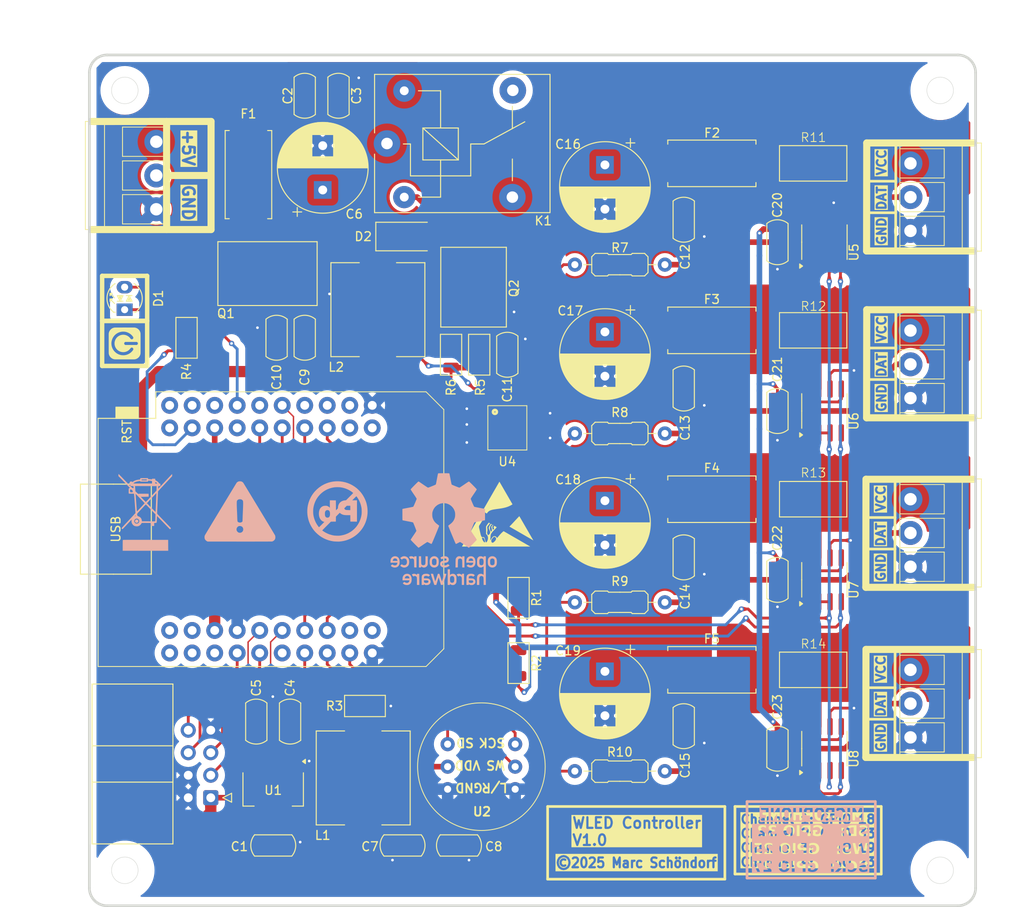
<source format=kicad_pcb>
(kicad_pcb (version 20240108) (generator "pcbnew") (generator_version "8.0")
  (layers (0 "F.Cu" signal) (31 "B.Cu" signal) (34 "B.Paste" user) (35 "F.Paste" user) (36 "B.SilkS" user "B.Silkscreen") (37 "F.SilkS" user "F.Silkscreen") (38 "B.Mask" user) (39 "F.Mask" user) (44 "Edge.Cuts" user))
  (net 0 "")
  (net 1 "GND")
  (net 2 "+5V_LED")
  (net 3 "+5V_D")
  (net 4 "+5V")
  (net 5 "Net-(D1-KA)")
  (net 6 "Net-(J3-Pin_1)")
  (net 7 "Net-(J4-Pin_1)")
  (net 8 "LED_DATA1")
  (net 9 "LED_DATA2")
  (net 10 "LED_DATA3")
  (net 11 "LED_DATA4")
  (net 13 "RELAY_CTRL")
  (net 14 "DATA3")
  (net 15 "DATA2")
  (net 16 "DATA4")
  (net 17 "DATA1")
  (net 18 "Net-(U7-IN+)")
  (net 19 "SCL")
  (net 20 "SDA")
  (net 21 "Net-(U5-IN+)")
  (net 22 "Net-(U6-IN+)")
  (net 23 "+3.3V_D")
  (net 24 "Net-(J5-Pin_1)")
  (net 25 "Net-(R7-Pad1)")
  (net 26 "Net-(R8-Pad1)")
  (net 27 "Net-(R9-Pad1)")
  (net 28 "+3.3V_ESP")
  (net 29 "Net-(D2-A)")
  (net 30 "MIC_SCK")
  (net 31 "MIC_WS")
  (net 32 "MIC_SD")
  (net 33 "Net-(D1-AK)")
  (net 34 "Net-(U1-VO)")
  (net 35 "Net-(J1-Pin_3)")
  (net 36 "Net-(Q1-D)")
  (net 37 "Net-(U8-IN+)")
  (net 39 "Net-(Q2-G)")
  (net 40 "Net-(R10-Pad1)")
  (net 41 "BCK")
  (net 42 "DOUT")
  (net 43 "LRCK")
  (net 44 "MCK")
  (net 45 "Net-(J6-Pin_1)")
  (net 46 "Net-(U3-IO_13{slash}TCK)")
  (footprint "CustomLib:ScrewPlug_3P_Vertical" (layer "F.Cu") (at 101.55 64.6 180)
    (property "Reference" "J1" (hide yes))
    (property "Value" "5V Power")
  )
  (footprint "Relay_THT:Relay_SPDT_SANYOU_SRD_Series_Form_C" (layer "F.Cu") (at 127.58 60.99)
    (property "Reference" "K1")
    (property "Value" "SANYOU SRD")
  )
  (footprint "PCM_Capacitor_SMD_AKL:C_1206_3216Metric" (layer "F.Cu") (at 141.16 84.82 -90)
    (property "Reference" "C11")
    (property "Value" "100nF 50V" (hide yes))
  )
  (footprint "Package_TO_SOT_SMD:SOT-223-3_TabPin2" (layer "F.Cu") (at 114.74 133.845 -90)
    (property "Reference" "U1")
    (property "Value" "AMS1117-3.3")
  )
  (footprint "PCM_Capacitor_THT_AKL:CP_Radial_D10.0mm_P5.00mm" (layer "F.Cu") (at 152.175 101.297323 -90)
    (property "Reference" "C18")
    (property "Value" "1200uF 16V" (hide yes))
  )
  (footprint "PCM_Capacitor_SMD_AKL:C_1206_3216Metric" (layer "F.Cu") (at 161.065 107.68 -90)
    (property "Reference" "C14")
    (property "Value" "100nF 50V" (hide yes))
  )
  (footprint "Connector_IDC:IDC-Header_2x04_P2.54mm_Horizontal" (layer "F.Cu") (at 107.6975 134.81 180)
    (property "Reference" "J2" (hide yes))
    (property "Value" "I2S EXTENSION")
  )
  (footprint "PCM_Package_SO_AKL:TSSOP-14_4.4x5mm_P0.65mm" (layer "F.Cu") (at 141.16 93.075)
    (property "Reference" "U4")
    (property "Value" "74AHCT125" (hide yes))
  )
  (footprint "PCM_Capacitor_THT_AKL:CP_Radial_D10.0mm_P5.00mm" (layer "F.Cu") (at 152.175 63.402323 -90)
    (property "Reference" "C16")
    (property "Value" "1200uF 16V" (hide yes))
  )
  (footprint "Inductor_SMD:L_10.4x10.4_H4.8" (layer "F.Cu") (at 126.555 79.74 -90)
    (property "Reference" "L2")
    (property "Value" "680uH")
  )
  (footprint "PCM_Resistor_THT_AKL:R_Axial_DIN0207_L6.3mm_D2.5mm_P10.16mm_Horizontal" (layer "F.Cu") (at 148.78 74.66)
    (property "Reference" "R7")
    (property "Value" "62R" (hide yes))
  )
  (footprint "LOGO" (layer "F.Cu") (at 140.267 102.984)
    (property "Reference" "G***" (hide yes))
    (property "Value" "LOGO" (hide yes))
  )
  (footprint "PCM_Resistor_THT_AKL:R_Axial_DIN0207_L6.3mm_D2.5mm_P10.16mm_Horizontal" (layer "F.Cu") (at 148.78 131.81)
    (property "Reference" "R10")
    (property "Value" "62R" (hide yes))
  )
  (footprint "CustomLib:2512_Shunt" (layer "F.Cu") (at 175.67 82.075 180)
    (property "Reference" "R12")
    (property "Value" "0.01R 1%")
  )
  (footprint "Package_SO:SOIC-8_3.9x4.9mm_P1.27mm" (layer "F.Cu") (at 176.94 110.22 90)
    (property "Reference" "U7")
    (property "Value" "INA219")
  )
  (footprint "PCM_Resistor_SMD_AKL:R_1206_3216Metric" (layer "F.Cu") (at 142.43 119.618 90)
    (property "Reference" "R2")
    (property "Value" "3k3" (hide yes))
  )
  (footprint "PCM_Package_TO_SOT_SMD_AKL:TO-252-2" (layer "F.Cu") (at 114.1 75.67 180)
    (property "Reference" "Q1")
    (property "Value" "AOD403" (hide yes))
  )
  (footprint "PCM_Capacitor_THT_AKL:CP_Radial_D10.0mm_P5.00mm" (layer "F.Cu") (at 152.175 82.247323 -90)
    (property "Reference" "C17")
    (property "Value" "1200uF 16V" (hide yes))
  )
  (footprint "PCM_Capacitor_SMD_AKL:C_1206_3216Metric" (layer "F.Cu") (at 115.125 82.915 90)
    (property "Reference" "C10")
    (property "Value" "100nF 50V" (hide yes))
  )
  (footprint "CustomLib:ScrewPlug_3P_Vertical" (layer "F.Cu") (at 186.65 124.19)
    (property "Reference" "J6" (hide yes))
    (property "Value" "LED Channel 4")
  )
  (footprint "Fuse:Fuseholder_Littelfuse_Nano2_154x" (layer "F.Cu") (at 164.24 82.075)
    (property "Reference" "F3")
    (property "Value" "Fuse")
  )
  (footprint "CustomLib:ScrewPlug_3P_Vertical" (layer "F.Cu") (at 186.65 67.04)
    (property "Reference" "J3" (hide yes))
    (property "Value" "LED Channel 1")
  )
  (footprint "PCM_Capacitor_SMD_AKL:C_1206_3216Metric" (layer "F.Cu") (at 161.065 126.73 -90)
    (property "Reference" "C15")
    (property "Value" "100nF 50V" (hide yes))
  )
  (footprint "PCM_LED_THT_AKL:LED_D3.0mm_BiDir" (layer "F.Cu") (at 97.98 79.74 90)
    (property "Reference" "D1")
    (property "Value" "LED DUAL" (hide yes))
  )
  (footprint "PCM_Capacitor_SMD_AKL:C_1206_3216Metric" (layer "F.Cu") (at 171.64 110.22 -90)
    (property "Reference" "C22")
    (property "Value" "100nF 50V" (hide yes))
  )
  (footprint "PCM_Resistor_SMD_AKL:R_1206_3216Metric" (layer "F.Cu") (at 134.81 84.82 -90)
    (property "Reference" "R6")
    (property "Value" "10k" (hide yes))
  )
  (footprint "PCM_Resistor_SMD_AKL:R_1206_3216Metric" (layer "F.Cu") (at 137.985 84.82 90)
    (property "Reference" "R5")
    (property "Value" "10k" (hide yes))
  )
  (footprint "Inductor_SMD:L_10.4x10.4_H4.8" (layer "F.Cu") (at 124.9 132.575 -90)
    (property "Reference" "L1")
    (property "Value" "680uH")
  )
  (footprint "PCM_Capacitor_SMD_AKL:C_1206_3216Metric" (layer "F.Cu") (at 161.065 69.58 -90)
    (property "Reference" "C12")
    (property "Value" "100nF 50V" (hide yes))
  )
  (footprint "LOGO" (layer "F.Cu") (at 97.98 83.55 -90)
    (property "Reference" "G***" (hide yes))
    (property "Value" "LOGO" (hide yes))
  )
  (footprint "Fuse:Fuseholder_Littelfuse_Nano2_154x" (layer "F.Cu") (at 164.24 120.38)
    (property "Reference" "F5")
    (property "Value" "Fuse")
  )
  (footprint "PCM_Package_TO_SOT_SMD_AKL:SOT-223-3_TabPin2" (layer "F.Cu") (at 137.35 77.2 90)
    (property "Reference" "Q2")
    (property "Value" "IRLL2705" (hide yes))
  )
  (footprint "PCM_Capacitor_SMD_AKL:C_1206_3216Metric" (layer "F.Cu") (at 118.3 55.61 90)
    (property "Reference" "C2")
    (property "Value" "100nF 50V" (hide yes))
  )
  (footprint "Fuse:Fuseholder_Littelfuse_Nano2_154x" (layer "F.Cu") (at 164.24 101.125)
    (property "Reference" "F4")
    (property "Value" "Fuse")
  )
  (footprint "PCM_Resistor_THT_AKL:R_Axial_DIN0207_L6.3mm_D2.5mm_P10.16mm_Horizontal" (layer "F.Cu") (at 148.78 112.76)
    (property "Reference" "R9")
    (property "Value" "62R" (hide yes))
  )
  (footprint "PCM_Capacitor_SMD_AKL:C_1206_3216Metric" (layer "F.Cu") (at 118.3 82.915 90)
    (property "Reference" "C9")
    (property "Value" "10uF 25V" (hide yes))
  )
  (footprint "PCM_Resistor_SMD_AKL:R_1206_3216Metric" (layer "F.Cu") (at 125.095 124.46)
    (property "Reference" "R3")
    (property "Value" "150R" (hide yes))
  )
  (footprint "PCM_Capacitor_SMD_AKL:C_1206_3216Metric" (layer "F.Cu") (at 112.835 126.225 90)
    (property "Reference" "C5")
    (property "Value" "10uF 25V" (hide yes))
  )
  (footprint "PCM_Capacitor_SMD_AKL:C_1206_3216Metric" (layer "F.Cu") (at 129.345 140.195 180)
    (property "Reference" "C7")
    (property "Value" "100nF 50V" (hide yes))
  )
  (footprint "CustomLib:INMP441_Module" (layer "F.Cu") (at 138.235 131.305 -90)
    (property "Reference" "U2")
    (property "Value" "~")
  )
  (footprint "PCM_Capacitor_SMD_AKL:C_1206_3216Metric" (layer "F.Cu") (at 135.695 140.195)
    (property "Reference" "C8")
    (property "Value" "10uF 25V" (hide yes))
  )
  (footprint "PCM_Resistor_SMD_AKL:R_1206_3216Metric" (layer "F.Cu") (at 104.965 82.915 90)
    (property "Reference" "R4")
    (property "Value" "150R" (hide yes))
  )
  (footprint "PCM_Capacitor_SMD_AKL:C_1206_3216Metric" (layer "F.Cu") (at 171.64 72.12 -90)
    (property "Reference" "C20")
    (property "Value" "100nF 50V" (hide yes))
  )
  (footprint "PCM_Capacitor_SMD_AKL:C_1206_3216Metric" (layer "F.Cu") (at 122.11 55.61 90)
    (property "Reference" "C3")
    (property "Value" "10uF 25V" (hide yes))
  )
  (footprint "Package_SO:SOIC-8_3.9x4.9mm_P1.27mm" (layer "F.Cu") (at 176.94 91.17 90)
    (property "Reference" "U6")
    (property "Value" "INA219")
  )
  (footprint "PCM_Capacitor_SMD_AKL:C_1206_3216Metric" (layer "F.Cu") (at 161.065 88.63 -90)
    (property "Reference" "C13")
    (property "Value" "100nF 50V" (hide yes))
  )
  (footprint "CustomLib:2512_Shunt" (layer "F.Cu") (at 175.67 101.125 180)
    (property "Reference" "R13")
    (property "Value" "0.01R 1%")
  )
  (footprint "CustomLib:2512_Shunt" (layer "F.Cu") (at 175.67 63.23 180)
    (property "Reference" "R11")
    (property "Value" "0.01R 1%")
  )
  (footprint "esp32-wemos-d1-mini:esp32-wemos-d1-mini" (layer "F.Cu") (at 114.49 104.505 -90)
    (property "Reference" "U3" (hide yes))
    (property "Value" "esp32-wemos-d1-mini")
  )
  (footprint "PCM_Resistor_THT_AKL:R_Axial_DIN0207_L6.3mm_D2.5mm_P10.16mm_Horizontal" (layer "F.Cu") (at 148.78 93.71)
    (property "Reference" "R8")
    (property "Value" "62R" (hide yes))
  )
  (footprint "CustomLib:2512_Shunt" (layer "F.Cu") (at 175.67 120.38 180)
    (property "Reference" "R14")
    (property "Value" "0.01R 1%")
  )
  (footprint "PCM_Capacitor_THT_AKL:CP_Radial_D10.0mm_P5.00mm" (layer "F.Cu") (at 120.332 66.232677 90)
    (property "Reference" "C6")
    (property "Value" "2200uF 10V" (hide yes))
  )
  (footprint "Diode_SMD:D_MELF" (layer "F.Cu") (at 129.73 71.485)
    (property "Reference" "D2")
    (property "Value" "SMS140")
  )
  (footprint "PCM_Capacitor_SMD_AKL:C_1206_3216Metric" (layer "F.Cu") (at 114.74 140.195)
    (property "Reference" "C1")
    (property "Value" "100nF 50V" (hide yes))
  )
  (footprint "Package_SO:SOIC-8_3.9x4.9mm_P1.27mm" (layer "F.Cu") (at 176.94 129.27 90)
    (property "Reference" "U8")
    (property "Value" "INA219")
  )
  (footprint "PCM_Capacitor_SMD_AKL:C_1206_3216Metric" (layer "F.Cu") (at 171.64 129.27 -90)
    (property "Reference" "C23")
    (property "Value" "100nF 50V" (hide yes))
  )
  (footprint "CustomLib:ScrewPlug_3P_Vertical" (layer "F.Cu") (at 186.65 104.935)
    (property "Reference" "J5" (hide yes))
    (property "Value" "LED Channel 3")
  )
  (footprint "PCM_Capacitor_SMD_AKL:C_1206_3216Metric" (layer "F.Cu") (at 171.64 91.17 -90)
    (property "Reference" "C21")
    (property "Value" "100nF 50V" (hide yes))
  )
  (footprint "Package_SO:SOIC-8_3.9x4.9mm_P1.27mm" (layer "F.Cu") (at 176.94 72.12 90)
    (property "Reference" "U5")
    (property "Value" "INA219")
  )
  (footprint "PCM_Capacitor_SMD_AKL:C_1206_3216Metric" (layer "F.Cu") (at 116.645 126.225 90)
    (property "Reference" "C4")
    (property "Value" "100nF 50V" (hide yes))
  )
  (footprint "CustomLib:ScrewPlug_3P_Vertical" (layer "F.Cu") (at 186.65 85.905)
    (property "Reference" "J4" (hide yes))
    (property "Value" "LED Channel 2")
  )
  (footprint "PCM_Capacitor_THT_AKL:CP_Radial_D10.0mm_P5.00mm" (layer "F.Cu") (at 152.175 120.552323 -90)
    (property "Reference" "C19")
    (property "Value" "1200uF 16V" (hide yes))
  )
  (footprint "Fuse:Fuseholder_Littelfuse_Nano2_154x" (layer "F.Cu") (at 111.95 64.5 -90)
    (property "Reference" "F1")
    (property "Value" "Fuse")
  )
  (footprint "PCM_Resistor_SMD_AKL:R_1206_3216Metric" (layer "F.Cu") (at 142.43 112.252 -90)
    (property "Reference" "R1")
    (property "Value" "3k3" (hide yes))
  )
  (footprint "Fuse:Fuseholder_Littelfuse_Nano2_154x" (layer "F.Cu") (at 164.24 63.23)
    (property "Reference" "F2")
    (property "Value" "Fuse")
  )
  (footprint "LOGO" (layer "B.Cu") (at 100.49 103.005 180)
    (property "Reference" "G***" (hide yes))
    (property "Value" "LOGO" (hide yes))
  )
  (footprint "LOGO" (layer "B.Cu") (at 110.99 102.505 180)
    (property "Reference" "G***" (hide yes))
    (property "Value" "LOGO" (hide yes))
  )
  (footprint "LOGO" (layer "B.Cu") (at 121.99 102.505 180)
    (property "Reference" "G***" (hide yes))
    (property "Value" "LOGO" (hide yes))
  )
  (footprint "LOGO" (layer "B.Cu") (at 133.99 104.505 180)
    (property "Reference" "G***" (hide yes))
    (property "Value" "LOGO" (hide yes))
  )
  (gr_line (start 168.207 135.242) (end 168.207 143.878) (stroke (width 0.3)) (layer "B.SilkS"))
  (gr_line (start 182.685 143.878) (end 182.685 135.242) (stroke (width 0.3)) (layer "B.SilkS"))
  (gr_line (start 168.207 143.878) (end 182.685 143.878) (stroke (width 0.3)) (layer "B.SilkS"))
  (gr_line (start 182.685 135.242) (end 168.207 135.242) (stroke (width 0.3)) (layer "B.SilkS"))
  (gr_line (start 95.44 81.01) (end 100.52 81.01) (stroke (width 0.5)) (layer "F.SilkS"))
  (gr_line (start 184.914 99.129) (end 184.886 111.071) (stroke (width 0.3)) (layer "F.SilkS"))
  (gr_line (start 95.44 86.09) (end 95.44 81.01) (stroke (width 0.5)) (layer "F.SilkS"))
  (gr_line (start 181.866 125.949) (end 184.914 125.949) (stroke (width 0.3)) (layer "F.SilkS"))
  (gr_line (start 181.63 118.075) (end 181.612 130.267) (stroke (width 0.8)) (layer "F.SilkS"))
  (gr_line (start 165.707 135.8) (end 165.707 144) (stroke (width 0.3)) (layer "F.SilkS"))
  (gr_line (start 95.44 86.09) (end 100.52 86.09) (stroke (width 0.5)) (layer "F.SilkS"))
  (gr_line (start 185 80) (end 184.972 91.942) (stroke (width 0.3)) (layer "F.SilkS"))
  (gr_line (start 184.914 118.329) (end 184.886 130.271) (stroke (width 0.3)) (layer "F.SilkS"))
  (gr_line (start 165.707 144) (end 145.707 144) (stroke (width 0.3)) (layer "F.SilkS"))
  (gr_line (start 181.952 65.244) (end 185 65.244) (stroke (width 0.3)) (layer "F.SilkS"))
  (gr_line (start 181.716 60.926) (end 193.8 60.926) (stroke (width 0.8)) (layer "F.SilkS"))
  (gr_line (start 181.952 68.8) (end 185 68.8) (stroke (width 0.3)) (layer "F.SilkS"))
  (gr_line (start 181.716 79.746) (end 193.8 79.746) (stroke (width 0.8)) (layer "F.SilkS"))
  (gr_line (start 181.698 73.118) (end 193.8 73.118) (stroke (width 0.8)) (layer "F.SilkS"))
  (gr_line (start 181.952 84.064) (end 185 84.064) (stroke (width 0.3)) (layer "F.SilkS"))
  (gr_line (start 181.716 79.746) (end 181.698 91.938) (stroke (width 0.8)) (layer "F.SilkS"))
  (gr_line (start 181.698 91.938) (end 193.8 91.938) (stroke (width 0.8)) (layer "F.SilkS"))
  (gr_line (start 145.707 135.8) (end 165.707 135.8) (stroke (width 0.3)) (layer "F.SilkS"))
  (gr_line (start 95.44 81.005) (end 95.44 75.925) (stroke (width 0.5)) (layer "F.SilkS"))
  (gr_line (start 100.52 81.005) (end 95.44 81.005) (stroke (width 0.5)) (layer "F.SilkS"))
  (gr_line (start 100.52 81.01) (end 100.52 86.09) (stroke (width 0.5)) (layer "F.SilkS"))
  (gr_line (start 166.845 135.8) (end 166.845 143.42) (stroke (width 0.3)) (layer "F.SilkS"))
  (gr_line (start 107.731001 70.7) (end 94.268999 70.7) (stroke (width 0.8)) (layer "F.SilkS"))
  (gr_line (start 145.707 144) (end 145.707 135.8) (stroke (width 0.3)) (layer "F.SilkS"))
  (gr_line (start 181.63 118.075) (end 193.714 118.075) (stroke (width 0.8)) (layer "F.SilkS"))
  (gr_line (start 181.866 103.193) (end 184.914 103.193) (stroke (width 0.3)) (layer "F.SilkS"))
  (gr_line (start 166.845 143.42) (end 183.355 143.42) (stroke (width 0.3)) (layer "F.SilkS"))
  (gr_line (start 107.730999 58.504) (end 107.730999 70.696) (stroke (width 0.8)) (layer "F.SilkS"))
  (gr_line (start 102.714499 58.504) (end 102.714499 70.696) (stroke (width 0.8)) (layer "F.SilkS"))
  (gr_line (start 181.63 98.875) (end 181.612 111.067) (stroke (width 0.8)) (layer "F.SilkS"))
  (gr_line (start 181.612 130.267) (end 193.714 130.267) (stroke (width 0.8)) (layer "F.SilkS"))
  (gr_line (start 183.355 135.8) (end 166.845 135.8) (stroke (width 0.3)) (layer "F.SilkS"))
  (gr_line (start 181.63 98.875) (end 193.714 98.875) (stroke (width 0.8)) (layer "F.SilkS"))
  (gr_line (start 181.866 122.393) (end 184.914 122.393) (stroke (width 0.3)) (layer "F.SilkS"))
  (gr_line (start 181.716 60.926) (end 181.698 73.118) (stroke (width 0.8)) (layer "F.SilkS"))
  (gr_line (start 181.866 106.749) (end 184.914 106.749) (stroke (width 0.3)) (layer "F.SilkS"))
  (gr_line (start 181.612 111.067) (end 193.714 111.067) (stroke (width 0.8)) (layer "F.SilkS"))
  (gr_line (start 183.355 143.42) (end 183.355 135.8) (stroke (width 0.3)) (layer "F.SilkS"))
  (gr_line (start 181.952 87.62) (end 185 87.62) (stroke (width 0.3)) (layer "F.SilkS"))
  (gr_line (start 100.52 75.925) (end 100.52 81.005) (stroke (width 0.5)) (layer "F.SilkS"))
  (gr_line (start 94.268999 58.504) (end 107.731001 58.5) (stroke (width 0.8)) (layer "F.SilkS"))
  (gr_line (start 95.44 75.925) (end 100.52 75.925) (stroke (width 0.5)) (layer "F.SilkS"))
  (gr_line (start 185 61.18) (end 184.972 73.122) (stroke (width 0.3)) (layer "F.SilkS"))
  (gr_line (start 102.714499 64.6) (end 107.667499 64.6) (stroke (width 0.8)) (layer "F.SilkS"))
  (gr_line (start 194 145) (end 194 53) (stroke (width 0.3)) (layer "Edge.Cuts"))
  (gr_line (start 96 147) (end 192 147) (stroke (width 0.3)) (layer "Edge.Cuts"))
  (gr_arc (start 192 51) (mid 193.414214 51.585786) (end 194 53) (stroke (width 0.3)) (layer "Edge.Cuts"))
  (gr_circle (center 190 143) (end 191.5 143) (stroke (width 0.05)) (fill none) (layer "Edge.Cuts"))
  (gr_arc (start 96 147) (mid 94.585786 146.414214) (end 94 145) (stroke (width 0.3)) (layer "Edge.Cuts"))
  (gr_arc (start 94 53) (mid 94.585786 51.585786) (end 96 51) (stroke (width 0.3)) (layer "Edge.Cuts"))
  (gr_line (start 94 53) (end 94 145) (stroke (width 0.3)) (layer "Edge.Cuts"))
  (gr_line (start 192 51) (end 96 51) (stroke (width 0.3)) (layer "Edge.Cuts"))
  (gr_circle (center 190 55) (end 191.5 55) (stroke (width 0.05)) (fill none) (layer "Edge.Cuts"))
  (gr_circle (center 98 55) (end 99.5 55) (stroke (width 0.05)) (fill none) (layer "Edge.Cuts"))
  (gr_circle (center 98 143) (end 99.5 143) (stroke (width 0.05)) (fill none) (layer "Edge.Cuts"))
  (gr_arc (start 194 145) (mid 193.414214 146.414214) (end 192 147) (stroke (width 0.3)) (layer "Edge.Cuts"))
  (gr_text "MICROPHONE" (at 181.542 137.401 0) (layer "B.SilkS" knockout) (effects (font (size 1.2 1.2) (thickness 0.3) (bold yes)) (justify left bottom mirror)))
  (gr_text "SD:   GPIO 32\nWS:   GPIO 25\nSCK:  GPIO 27" (at 181.923 143.37 0) (layer "B.SilkS" knockout) (effects (font (size 1.2 1.2) (thickness 0.25) (bold yes)) (justify left bottom mirror)))
  (gr_text "VCC" (at 183.898 102.685 90) (layer "F.SilkS" knockout) (effects (font (size 1 1) (thickness 0.3) (bold yes)) (justify left bottom)))
  (gr_text "GND" (at 183.984 91.43 90) (layer "F.SilkS" knockout) (effects (font (size 1 1) (thickness 0.3) (bold yes)) (justify left bottom)))
  (gr_text "©2025 Marc Schöndorf" (at 146.49 142.8 0) (layer "F.SilkS" knockout) (effects (font (size 1.1 1) (thickness 0.25) (bold yes)) (justify left bottom)))
  (gr_text "VCC" (at 183.898 121.885 90) (layer "F.SilkS" knockout) (effects (font (size 1 1) (thickness 0.3) (bold yes)) (justify left bottom)))
  (gr_text "DAT" (at 183.984 68.673 90) (layer "F.SilkS" knockout) (effects (font (size 1 1) (thickness 0.3) (bold yes)) (justify left bottom)))
  (gr_text "GND" (at 104.4 65.5 -90) (layer "F.SilkS" knockout) (effects (font (size 1.3 1.3) (thickness 0.3) (bold yes)) (justify left bottom)))
  (gr_text "DAT" (at 183.898 106.622 90) (layer "F.SilkS" knockout) (effects (font (size 1 1) (thickness 0.3) (bold yes)) (justify left bottom)))
  (gr_text "GND" (at 183.898 110.559 90) (layer "F.SilkS" knockout) (effects (font (size 1 1) (thickness 0.3) (bold yes)) (justify left bottom)))
  (gr_text "GND" (at 183.898 129.759 90) (layer "F.SilkS" knockout) (effects (font (size 1 1) (thickness 0.3) (bold yes)) (justify left bottom)))
  (gr_text "DAT" (at 183.984 87.493 90) (layer "F.SilkS" knockout) (effects (font (size 1 1) (thickness 0.3) (bold yes)) (justify left bottom)))
  (gr_text "WLED Controller\nV1.0" (at 148.372 140.3 0) (layer "F.SilkS" knockout) (effects (font (size 1.2 1.2) (thickness 0.25) (bold yes)) (justify left bottom)))
  (gr_text "Channel 1: GPIO 18\nChannel 2: GPIO 33\nChannel 3: GPIO 19\nChannel 4: GPIO 23" (at 167.353 142.658 0) (layer "F.SilkS" knockout) (effects (font (size 1 1) (thickness 0.25) (bold yes)) (justify left bottom)))
  (gr_text "VCC" (at 183.984 83.556 90) (layer "F.SilkS" knockout) (effects (font (size 1 1) (thickness 0.3) (bold yes)) (justify left bottom)))
  (gr_text "GND" (at 183.984 72.61 90) (layer "F.SilkS" knockout) (effects (font (size 1 1) (thickness 0.3) (bold yes)) (justify left bottom)))
  (gr_text "VCC" (at 183.984 64.736 90) (layer "F.SilkS" knockout) (effects (font (size 1 1) (thickness 0.3) (bold yes)) (justify left bottom)))
  (gr_text "DAT" (at 183.898 125.822 90) (layer "F.SilkS" knockout) (effects (font (size 1 1) (thickness 0.3) (bold yes)) (justify left bottom)))
  (gr_text "+5V" (at 104.4 59.3 270) (layer "F.SilkS" knockout) (effects (font (size 1.3 1.3) (thickness 0.3) (bold yes)) (justify left bottom)))
  (segment (start 171.64 130.745) (end 171.64 132.318) (width 0.3175) (layer "F.Cu") (net 1))
  (segment (start 116.215 140.195) (end 117.407 140.195) (width 0.635) (layer "F.Cu") (net 1))
  (segment (start 171.64 73.595) (end 171.64 75.168) (width 0.3175) (layer "F.Cu") (net 1))
  (segment (start 162.955 109.155) (end 163.385 109.585) (width 0.3175) (layer "F.Cu") (net 1))
  (segment (start 118.779 130.695) (end 118.804 130.67) (width 0.635) (layer "F.Cu") (net 1))
  (segment (start 177.99 86.598) (end 180.276 86.598) (width 0.3175) (layer "F.Cu") (net 1))
  (segment (start 114.7 124.71) (end 114.74 124.75) (width 0.635) (layer "F.Cu") (net 1))
  (segment (start 162.955 90.105) (end 163.385 90.535) (width 0.3175) (layer "F.Cu") (net 1))
  (segment (start 161.065 71.055) (end 162.955 71.055) (width 0.3175) (layer "F.Cu") (net 1))
  (segment (start 162.955 71.055) (end 163.385 71.485) (width 0.3175) (layer "F.Cu") (net 1))
  (segment (start 136.887 95.025) (end 136.588 94.726) (width 0.3175) (layer "F.Cu") (net 1))
  (segment (start 177.99 124.698) (end 180.276 124.698) (width 0.3175) (layer "F.Cu") (net 1))
  (segment (start 177.575 87.013) (end 177.99 86.598) (width 0.3175) (layer "F.Cu") (net 1))
  (segment (start 173.861 93.645) (end 175.035 93.645) (width 0.3175) (layer "F.Cu") (net 1))
  (segment (start 171.64 92.645) (end 171.64 94.472) (width 0.3175) (layer "F.Cu") (net 1))
  (segment (start 171.64 111.695) (end 171.64 113.268) (width 0.3175) (layer "F.Cu") (net 1))
  (segment (start 138.2975 91.125) (end 136.797 91.125) (width 0.3175) (layer "F.Cu") (net 1))
  (segment (start 138.2975 93.075) (end 136.969 93.075) (width 0.3175) (layer "F.Cu") (net 1))
  (segment (start 177.99 105.775) (end 179.895 105.775) (width 0.3175) (layer "F.Cu") (net 1))
  (segment (start 115.125 81.44) (end 118.3 81.44) (width 0.635) (layer "F.Cu") (net 1))
  (segment (start 176.305 74.595) (end 175.035 74.595) (width 0.3175) (layer "F.Cu") (net 1))
  (segment (start 177.575 69.645) (end 177.575 68.09) (width 0.3175) (layer "F.Cu") (net 1))
  (segment (start 177.575 125.113) (end 177.99 124.698) (width 0.3175) (layer "F.Cu") (net 1))
  (segment (start 161.065 109.155) (end 162.955 109.155) (width 0.3175) (layer "F.Cu") (net 1))
  (segment (start 162.955 128.205) (end 163.385 128.635) (width 0.3175) (layer "F.Cu") (net 1))
  (segment (start 161.065 128.205) (end 162.955 128.205) (width 0.3175) (layer "F.Cu") (net 1))
  (segment (start 177.575 106.19) (end 177.99 105.775) (width 0.3175) (layer "F.Cu") (net 1))
  (segment (start 137.17 141.514) (end 136.838 141.846) (width 0.635) (layer "F.Cu") (net 1))
  (segment (start 123.839 54.135) (end 124.396 53.578) (width 0.635) (layer "F.Cu") (net 1))
  (segment (start 117.407 140.195) (end 117.788 139.814) (width 0.635) (layer "F.Cu") (net 1))
  (segment (start 122.11 54.135) (end 123.839 54.135) (width 0.635) (layer "F.Cu") (net 1))
  (segment (start 172.861 92.645) (end 173.861 93.645) (width 0.3175) (layer "F.Cu") (net 1))
  (segment (start 171.64 92.645) (end 172.861 92.645) (width 0.3175) (layer "F.Cu") (net 1))
  (segment (start 136.797 91.125) (end 136.588 90.916) (width 0.3175) (layer "F.Cu") (net 1))
  (segment (start 118.3 77.95) (end 121.082 77.95) (width 0.635) (layer "F.Cu") (net 1))
  (segment (start 115.125 81.44) (end 113.298 81.44) (width 0.635) (layer "F.Cu") (net 1))
  (segment (start 145.493 93.725) (end 145.986 94.218) (width 0.3175) (layer "F.Cu") (net 1))
  (segment (start 139.65 80.35) (end 141.566 80.35) (width 0.635) (layer "F.Cu") (net 1))
  (segment (start 141.16 83.345) (end 142.889 83.345) (width 0.635) (layer "F.Cu") (net 1))
  (segment (start 138.2975 95.025) (end 136.887 95.025) (width 0.3175) (layer "F.Cu") (net 1))
  (segment (start 112.835 124.75) (end 114.74 124.75) (width 0.635) (layer "F.Cu") (net 1))
  (segment (start 177.575 126.795) (end 177.575 125.113) (width 0.3175) (layer "F.Cu") (net 1))
  (segment (start 177.575 68.09) (end 177.99 67.675) (width 0.3175) (layer "F.Cu") (net 1))
  (segment (start 144.0225 93.725) (end 145.493 93.725) (width 0.3175) (layer "F.Cu") (net 1))
  (segment (start 136.969 93.075) (end 136.588 92.694) (width 0.3175) (layer "F.Cu") (net 1))
  (segment (start 172.861 73.595) (end 173.926 74.66) (width 0.3175) (layer "F.Cu") (net 1))
  (segment (start 113.298 81.44) (end 112.966 81.772) (width 0.635) (layer "F.Cu") (net 1))
  (segment (start 118.3 54.135) (end 122.11 54.135) (width 0.635) (layer "F.Cu") (net 1))
  (segment (start 173.926 74.66) (end 174.97 74.66) (width 0.3175) (layer "F.Cu") (net 1))
  (segment (start 127.87 140.195) (end 127.87 141.514) (width 0.635) (layer "F.Cu") (net 1))
  (segment (start 161.065 90.105) (end 162.955 90.105) (width 0.3175) (layer "F.Cu") (net 1))
  (segment (start 145.635 91.775) (end 145.986 91.424) (width 0.3175) (layer "F.Cu") (net 1))
  (segment (start 174.97 74.66) (end 175.035 74.595) (width 0.3175) (layer "F.Cu") (net 1))
  (segment (start 141.1475 83.3575) (end 141.16 83.345) (width 0.635) (layer "F.Cu") (net 1))
  (segment (start 114.7 123.4) (end 114.7 124.71) (width 0.635) (layer "F.Cu") (net 1))
  (segment (start 177.575 107.745) (end 177.575 106.19) (width 0.3175) (layer "F.Cu") (net 1))
  (segment (start 142.889 83.345) (end 143.192 83.042) (width 0.635) (layer "F.Cu") (net 1))
  (segment (start 121.094 77.962) (end 121.082 77.95) (width 0.635) (layer "F.Cu") (net 1))
  (segment (start 127.87 141.514) (end 128.202 141.846) (width 0.635) (layer "F.Cu") (net 1))
  (segment (start 171.64 73.595) (end 172.861 73.595) (width 0.3175) (layer "F.Cu") (net 1))
  (segment (start 144.0225 91.775) (end 145.635 91.775) (width 0.3175) (layer "F.Cu") (net 1))
  (segment (start 177.575 88.695) (end 177.575 87.013) (width 0.3175) (layer "F.Cu") (net 1))
  (segment (start 114.74 124.75) (end 116.645 124.75) (width 0.635) (layer "F.Cu") (net 1))
  (segment (start 141.566 80.35) (end 141.922 79.994) (width 0.635) (layer "F.Cu") (net 1))
  (segment (start 117.04 130.695) (end 118.779 130.695) (width 0.635) (layer "F.Cu") (net 1))
  (segment (start 137.17 140.195) (end 137.17 141.514) (width 0.635) (layer "F.Cu") (net 1))
  (segment (start 137.985 83.3575) (end 141.1475 83.3575) (width 0.635) (layer "F.Cu") (net 1))
  (segment (start 126.5575 124.46) (end 128.016 124.46) (width 0.635) (layer "F.Cu") (net 1))
  (via (at 163.385 90.535) (size 0.6) (drill 0.3) (layers "F.Cu" "B.Cu") (net 1))
  (via (at 145.986 94.218) (size 0.6) (drill 0.3) (layers "F.Cu" "B.Cu") (net 1))
  (via (at 114.7 123.4) (size 0.6) (drill 0.3) (layers "F.Cu" "B.Cu") (net 1))
  (via (at 180.276 124.698) (size 0.6) (drill 0.3) (layers "F.Cu" "B.Cu") (net 1))
  (via (at 117.788 139.814) (size 0.6) (drill 0.3) (layers "F.Cu" "B.Cu") (net 1))
  (via (at 179.895 105.775) (size 0.6) (drill 0.3) (layers "F.Cu" "B.Cu") (net 1))
  (via (at 128.016 124.46) (size 0.6) (drill 0.3) (layers "F.Cu" "B.Cu") (net 1))
  (via (at 163.385 128.635) (size 0.6) (drill 0.3) (layers "F.Cu" "B.Cu") (net 1))
  (via (at 143.192 83.042) (size 0.6) (drill 0.3) (layers "F.Cu" "B.Cu") (net 1))
  (via (at 171.64 75.168) (size 0.6) (drill 0.3) (layers "F.Cu" "B.Cu") (net 1))
  (via (at 163.385 109.585) (size 0.6) (drill 0.3) (layers "F.Cu" "B.Cu") (net 1))
  (via (at 177.99 67.675) (size 0.6) (drill 0.3) (layers "F.Cu" "B.Cu") (net 1))
  (via (at 171.64 113.268) (size 0.6) (drill 0.3) (layers "F.Cu" "B.Cu") (net 1))
  (via (at 124.396 53.578) (size 0.6) (drill 0.3) (layers "F.Cu" "B.Cu") (net 1))
  (via (at 128.202 141.846) (size 0.6) (drill 0.3) (layers "F.Cu" "B.Cu") (net 1))
  (via (at 171.64 94.472) (size 0.6) (drill 0.3) (layers "F.Cu" "B.Cu") (net 1))
  (via (at 171.64 132.318) (size 0.6) (drill 0.3) (layers "F.Cu" "B.Cu") (net 1))
  (via (at 118.804 130.67) (size 0.6) (drill 0.3) (layers "F.Cu" "B.Cu") (net 1))
  (via (at 163.385 71.485) (size 0.6) (drill 0.3) (layers "F.Cu" "B.Cu") (net 1))
  (via (at 121.094 77.962) (size 0.6) (drill 0.3) (layers "F.Cu" "B.Cu") (net 1))
  (via (at 136.588 90.916) (size 0.6) (drill 0.3) (layers "F.Cu" "B.Cu") (net 1))
  (via (at 136.838 141.846) (size 0.6) (drill 0.3) (layers "F.Cu" "B.Cu") (net 1))
  (via (at 112.966 81.772) (size 0.6) (drill 0.3) (layers "F.Cu" "B.Cu") (net 1))
  (via (at 136.588 92.694) (size 0.6) (drill 0.3) (layers "F.Cu" "B.Cu") (net 1))
  (via (at 180.276 86.598) (size 0.6) (drill 0.3) (layers "F.Cu" "B.Cu") (net 1))
  (via (at 136.588 94.726) (size 0.6) (drill 0.3) (layers "F.Cu" "B.Cu") (net 1))
  (via (at 141.922 79.994) (size 0.6) (drill 0.3) (layers "F.Cu" "B.Cu") (net 1))
  (via (at 145.986 91.424) (size 0.6) (drill 0.3) (layers "F.Cu" "B.Cu") (net 1))
  (segment (start 110.68 115.935) (end 110.68 114.03) (width 1.27) (layer "B.Cu") (net 1))
  (segment (start 107.6975 136.4425) (end 107.6975 135.75) (width 1.27) (layer "F.Cu") (net 3))
  (segment (start 99.885 105.14) (end 99.885 112.125) (width 1.27) (layer "F.Cu") (net 3))
  (segment (start 101.405 137.655) (end 106.485 137.655) (width 1.27) (layer "F.Cu") (net 3))
  (segment (start 141.16 88.63) (end 141.16 89.646) (width 0.3175) (layer "F.Cu") (net 3))
  (segment (start 115.125 84.39) (end 115.125 86.598) (width 1.27) (layer "F.Cu") (net 3))
  (segment (start 111.565 134.861) (end 111.565 133.845) (width 0.635) (layer "F.Cu") (net 3))
  (segment (start 111.565 138.495) (end 111.565 134.861) (width 0.635) (layer "F.Cu") (net 3))
  (segment (start 142.639 91.125) (end 144.0225 91.125) (width 0.3175) (layer "F.Cu") (net 3))
  (segment (start 137.35 88.63) (end 136.715 87.995) (width 0.3175) (layer "F.Cu") (net 3))
  (segment (start 108.14 115.935) (end 108.14 113.395) (width 1.27) (layer "F.Cu") (net 3))
  (segment (start 106.87 112.125) (end 99.885 112.125) (width 1.27) (layer "F.Cu") (net 3))
  (segment (start 130.07 83.89) (end 126.555 83.89) (width 0.3175) (layer "F.Cu") (net 3))
  (segment (start 101.79 86.725) (end 114.998 86.725) (width 1.27) (layer "F.Cu") (net 3))
  (segment (start 118.3 84.39) (end 118.3 86.471) (width 1.27) (layer "F.Cu") (net 3))
  (segment (start 141.16 89.646) (end 142.639 91.125) (width 0.3175) (layer "F.Cu") (net 3))
  (segment (start 111.565 133.845) (end 112.44 132.97) (width 0.635) (layer "F.Cu") (net 3))
  (segment (start 106.485 137.655) (end 107.6975 136.4425) (width 1.27) (layer "F.Cu") (net 3))
  (segment (start 141.16 88.63) (end 137.35 88.63) (width 0.3175) (layer "F.Cu") (net 3))
  (segment (start 111.514 134.81) (end 111.565 134.861) (width 0.635) (layer "F.Cu") (net 3))
  (segment (start 113.265 140.195) (end 111.565 138.495) (width 0.635) (layer "F.Cu") (net 3))
  (segment (start 99.885 112.125) (end 99.885 136.135) (width 1.27) (layer "F.Cu") (net 3))
  (segment (start 107.9375 135.51) (end 107.6975 135.75) (width 0.635) (layer "F.Cu") (net 3))
  (segment (start 141.16 86.295) (end 141.16 88.376) (width 0.3175) (layer "F.Cu") (net 3))
  (segment (start 108.14 113.395) (end 106.87 112.125) (width 1.27) (layer "F.Cu") (net 3))
  (segment (start 118.3 86.471) (end 118.046 86.725) (width 1.27) (layer "F.Cu") (net 3))
  (segment (start 107.6975 134.81) (end 111.514 134.81) (width 0.635) (layer "F.Cu") (net 3))
  (segment (start 114.998 86.725) (end 116.522 86.725) (width 1.27) (layer "F.Cu") (net 3))
  (segment (start 132.27 86.09) (end 130.07 83.89) (width 0.3175) (layer "F.Cu") (net 3))
  (segment (start 112.44 132.97) (end 112.44 130.695) (width 0.635) (layer "F.Cu") (net 3))
  (segment (start 99.885 88.63) (end 101.79 86.725) (width 1.27) (layer "F.Cu") (net 3))
  (segment (start 141.16 88.376) (end 141.16 88.63) (width 0.3175) (layer "F.Cu") (net 3))
  (segment (start 116.522 86.725) (end 118.046 86.725) (width 1.27) (layer "F.Cu") (net 3))
  (segment (start 99.885 136.135) (end 101.405 137.655) (width 1.27) (layer "F.Cu") (net 3))
  (segment (start 126.555 86.09) (end 126.555 83.89) (width 1.27) (layer "F.Cu") (net 3))
  (segment (start 107.6975 135.75) (end 107.6975 134.81) (width 1.27) (layer "F.Cu") (net 3))
  (segment (start 118.046 86.725) (end 125.92 86.725) (width 1.27) (layer "F.Cu") (net 3))
  (segment (start 125.92 86.725) (end 126.555 86.09) (width 1.27) (layer "F.Cu") (net 3))
  (segment (start 115.125 86.598) (end 114.998 86.725) (width 1.27) (layer "F.Cu") (net 3))
  (segment (start 99.885 105.14) (end 99.885 88.63) (width 1.27) (layer "F.Cu") (net 3))
  (via (at 136.715 87.995) (size 0.6) (drill 0.3) (layers "F.Cu" "B.Cu") (net 3))
  (via (at 132.27 86.09) (size 0.6) (drill 0.3) (layers "F.Cu" "B.Cu") (net 3))
  (segment (start 136.715 87.995) (end 134.81 86.09) (width 0.3175) (layer "B.Cu") (net 3))
  (segment (start 134.81 86.09) (end 132.27 86.09) (width 0.3175) (layer "B.Cu") (net 3))
  (segment (start 97.98 79.74) (end 101.155 79.74) (width 0.3175) (layer "F.Cu") (net 5))
  (segment (start 102.8675 81.4525) (end 104.965 81.4525) (width 0.3175) (layer "F.Cu") (net 5))
  (segment (start 101.155 79.74) (end 102.8675 81.4525) (width 0.3175) (layer "F.Cu") (net 5))
  (segment (start 176.305 64.795) (end 176.305 69.645) (width 0.635) (layer "F.Cu") (net 6))
  (segment (start 176.305 64.795) (end 177.97 63.13) (width 0.635) (layer "F.Cu") (net 6))
  (segment (start 176.305 83.64) (end 176.305 88.695) (width 0.635) (layer "F.Cu") (net 7))
  (segment (start 176.305 83.64) (end 177.97 81.975) (width 0.635) (layer "F.Cu") (net 7))
  (segment (start 179.26 72.12) (end 166.56 72.12) (width 0.635) (layer "F.Cu") (net 8))
  (segment (start 164.02 74.66) (end 166.052 72.628) (width 0.635) (layer "F.Cu") (net 8))
  (segment (start 186.65 67.04) (end 184.34 67.04) (width 0.635) (layer "F.Cu") (net 8))
  (segment (start 158.94 74.66) (end 164.02 74.66) (width 0.635) (layer "F.Cu") (net 8))
  (segment (start 184.34 67.04) (end 179.26 72.12) (width 0.635) (layer "F.Cu") (net 8))
  (segment (start 166.56 72.12) (end 166.052 72.628) (width 0.635) (layer "F.Cu") (net 8))
  (segment (start 185.033 85.905) (end 179.768 91.17) (width 0.635) (layer "F.Cu") (net 9))
  (segment (start 164.02 93.71) (end 166.433 91.297) (width 0.635) (layer "F.Cu") (net 9))
  (segment (start 179.768 91.17) (end 166.56 91.17) (width 0.635) (layer "F.Cu") (net 9))
  (segment (start 158.94 93.71) (end 164.02 93.71) (width 0.635) (layer "F.Cu") (net 9))
  (segment (start 166.56 91.17) (end 166.433 91.297) (width 0.635) (layer "F.Cu") (net 9))
  (segment (start 186.65 85.905) (end 185.033 85.905) (width 0.635) (layer "F.Cu") (net 9))
  (segment (start 184.545 104.935) (end 179.26 110.22) (width 0.635) (layer "F.Cu") (net 10))
  (segment (start 186.65 104.935) (end 184.545 104.935) (width 0.635) (layer "F.Cu") (net 10))
  (segment (start 164.02 112.76) (end 166.56 110.22) (width 0.635) (layer "F.Cu") (net 10))
  (segment (start 158.94 112.76) (end 164.02 112.76) (width 0.635) (layer "F.Cu") (net 10))
  (segment (start 179.26 110.22) (end 166.56 110.22) (width 0.635) (layer "F.Cu") (net 10))
  (segment (start 158.94 131.81) (end 164.02 131.81) (width 0.635) (layer "F.Cu") (net 11))
  (segment (start 164.02 131.81) (end 166.433 129.397) (width 0.635) (layer "F.Cu") (net 11))
  (segment (start 184.34 124.19) (end 179.26 129.27) (width 0.635) (layer "F.Cu") (net 11))
  (segment (start 186.65 124.19) (end 184.34 124.19) (width 0.635) (layer "F.Cu") (net 11))
  (segment (start 179.26 129.27) (end 166.56 129.27) (width 0.635) (layer "F.Cu") (net 11))
  (segment (start 166.56 129.27) (end 166.433 129.397) (width 0.635) (layer "F.Cu") (net 11))
  (segment (start 129.476 87.614) (end 128.46 88.63) (width 0.3175) (layer "F.Cu") (net 13))
  (segment (start 120.84 94.345) (end 120.84 93.075) (width 0.3175) (layer "F.Cu") (net 13))
  (segment (start 134.81 87.36) (end 134.556 87.614) (width 0.3175) (layer "F.Cu") (net 13))
  (segment (start 134.81 86.2825) (end 137.985 86.2825) (width 0.635) (layer "F.Cu") (net 13))
  (segment (start 128.46 88.63) (end 128.46 94.345) (width 0.3175) (layer "F.Cu") (net 13))
  (segment (start 128.46 94.345) (end 127.825 94.98) (width 0.3175) (layer "F.Cu") (net 13))
  (segment (start 127.825 94.98) (end 121.475 94.98) (width 0.3175) (layer "F.Cu") (net 13))
  (segment (start 134.556 87.614) (end 129.476 87.614) (width 0.3175) (layer "F.Cu") (net 13))
  (segment (start 121.475 94.98) (end 120.84 94.345) (width 0.3175) (layer "F.Cu") (net 13))
  (segment (start 134.81 86.2825) (end 134.81 87.36) (width 0.3175) (layer "F.Cu") (net 13))
  (segment (start 131.411 91.775) (end 130.746 92.44) (width 0.3175) (layer "F.Cu") (net 14))
  (segment (start 128.968 97.266) (end 116.522 97.266) (width 0.3175) (layer "F.Cu") (net 14))
  (segment (start 138.2975 91.775) (end 131.411 91.775) (width 0.3175) (layer "F.Cu") (net 14))
  (segment (start 130.746 95.488) (end 128.968 97.266) (width 0.3175) (layer "F.Cu") (net 14))
  (segment (start 116.522 97.266) (end 115.76 96.504) (width 0.3175) (layer "F.Cu") (net 14))
  (segment (start 115.76 96.504) (end 115.76 93.075) (width 0.3175) (layer "F.Cu") (net 14))
  (segment (start 130.746 92.44) (end 130.746 95.488) (width 0.3175) (layer "F.Cu") (net 14))
  (segment (start 117.03 93.71) (end 117.03 94.472) (width 0.15875) (layer "F.Cu") (net 15))
  (segment (start 143.283458 94.375) (end 139.062458 90.154) (width 0.3175) (layer "F.Cu") (net 15))
  (segment (start 117.03 91.805) (end 117.03 93.71) (width 0.15875) (layer "F.Cu") (net 15))
  (segment (start 130.492 90.154) (end 129.984 90.662) (width 0.3175) (layer "F.Cu") (net 15))
  (segment (start 144.0225 94.375) (end 143.283458 94.375) (width 0.3175) (layer "F.Cu") (net 15))
  (segment (start 115.76 90.535) (end 117.03 91.805) (width 0.15875) (layer "F.Cu") (net 15))
  (segment (start 129.984 95.234) (end 128.714 96.504) (width 0.3175) (layer "F.Cu") (net 15))
  (segment (start 117.538 96.504) (end 117.03 95.996) (width 0.3175) (layer "F.Cu") (net 15))
  (segment (start 128.714 96.504) (end 117.538 96.504) (width 0.3175) (layer "F.Cu") (net 15))
  (segment (start 139.062458 90.154) (end 130.492 90.154) (width 0.3175) (layer "F.Cu") (net 15))
  (segment (start 117.03 95.996) (end 117.03 94.472) (width 0.3175) (layer "F.Cu") (net 15))
  (segment (start 129.984 90.662) (end 129.984 95.234) (width 0.3175) (layer "F.Cu") (net 15))
  (segment (start 132.001 93.725) (end 131.508 94.218) (width 0.3175) (layer "F.Cu") (net 16))
  (segment (start 114.49 98.028) (end 113.22 96.758) (width 0.3175) (layer "F.Cu") (net 16))
  (segment (start 131.508 94.218) (end 131.508 95.742) (width 0.3175) (layer "F.Cu") (net 16))
  (segment (start 131.508 95.742) (end 129.222 98.028) (width 0.3175) (layer "F.Cu") (net 16))
  (segment (start 113.22 96.758) (end 113.22 93.075) (width 0.3175) (layer "F.Cu") (net 16))
  (segment (start 138.2975 93.725) (end 132.001 93.725) (width 0.3175) (layer "F.Cu") (net 16))
  (segment (start 129.222 98.028) (end 114.49 98.028) (width 0.3175) (layer "F.Cu") (net 16))
  (segment (start 139.636 89.392) (end 129.73 89.392) (width 0.3175) (layer "F.Cu") (net 17))
  (segment (start 118.3 94.98) (end 118.3 93.075) (width 0.3175) (layer "F.Cu") (net 17))
  (segment (start 128.206 95.742) (end 119.062 95.742) (width 0.3175) (layer "F.Cu") (net 17))
  (segment (start 129.222 94.726) (end 128.206 95.742) (width 0.3175) (layer "F.Cu") (net 17))
  (segment (start 142.669 92.425) (end 139.636 89.392) (width 0.3175) (layer "F.Cu") (net 17))
  (segment (start 129.73 89.392) (end 129.222 89.9) (width 0.3175) (layer "F.Cu") (net 17))
  (segment (start 119.062 95.742) (end 118.3 94.98) (width 0.3175) (layer "F.Cu") (net 17))
  (segment (start 129.222 89.9) (end 129.222 94.726) (width 0.3175) (layer "F.Cu") (net 17))
  (segment (start 144.0225 92.425) (end 142.669 92.425) (width 0.3175) (layer "F.Cu") (net 17))
  (segment (start 175.035 102.89) (end 175.035 107.745) (width 0.635) (layer "F.Cu") (net 18))
  (segment (start 175.035 102.89) (end 173.27 101.125) (width 0.635) (layer "F.Cu") (net 18))
  (segment (start 176.305 133.935) (end 176.72 134.35) (width 0.3175) (layer "F.Cu") (net 19))
  (segment (start 178.845 93.645) (end 178.817 93.645) (width 0.3175) (layer "F.Cu") (net 19))
  (segment (start 178.244 115.554) (end 178.752 115.046) (width 0.3175) (layer "F.Cu") (net 19))
  (segment (start 142.43 116.57) (end 144.335 116.57) (width 0.3175) (layer "F.Cu") (net 19))
  (segment (start 178.817 93.645) (end 178.752 93.71) (width 0.3175) (layer "F.Cu") (net 19))
  (segment (start 175.035 131.745) (end 176.305 131.745) (width 0.3175) (layer "F.Cu") (net 19))
  (segment (start 121.348 114.03) (end 138.62 114.03) (width 0.3175) (layer "F.Cu") (net 19))
  (segment (start 178.845 112.695) (end 178.817 112.695) (width 0.3175) (layer "F.Cu") (net 19))
  (segment (start 178.752 134.096) (end 178.752 133.588) (width 0.3175) (layer "F.Cu") (net 19))
  (segment (start 138.62 114.03) (end 141.16 116.57) (width 0.3175) (layer "F.Cu") (net 19))
  (segment (start 178.817 74.595) (end 178.752 74.66) (width 0.3175) (layer "F.Cu") (net 19))
  (segment (start 178.752 131.81) (end 178.752 133.588) (width 0.3175) (layer "F.Cu") (net 19))
  (segment (start 168.084 114.538) (end 169.1 115.554) (width 0.3175) (layer "F.Cu") (net 19))
  (segment (start 169.1 115.554) (end 178.244 115.554) (width 0.3175) (layer "F.Cu") (net 19))
  (segment (start 178.752 74.66) (end 178.752 76.565) (width 0.3175) (layer "F.Cu") (net 19))
  (segment (start 120.84 114.538) (end 121.348 114.03) (width 0.3175) (layer "F.Cu") (net 19))
  (segment (start 178.845 131.745) (end 178.817 131.745) (width 0.3175) (layer "F.Cu") (net 19))
  (segment (start 178.752 132.572) (end 178.752 132.318) (width 0.3175) (layer "F.Cu") (net 19))
  (segment (start 176.305 131.745) (end 176.305 133.935) (width 0.3175) (layer "F.Cu") (net 19))
  (segment (start 178.845 74.595) (end 178.817 74.595) (width 0.3175) (layer "F.Cu") (net 19))
  (segment (start 141.16 116.57) (end 142.43 116.57) (width 0.3175) (layer "F.Cu") (net 19))
  (segment (start 178.817 131.745) (end 178.752 131.81) (width 0.3175) (layer "F.Cu") (net 19))
  (segment (start 178.752 93.71) (end 178.752 95.488) (width 0.3175) (layer "F.Cu") (net 19))
  (segment (start 120.84 115.935) (end 120.84 114.538) (width 0.3175) (layer "F.Cu") (net 19))
  (segment (start 178.498 134.35) (end 178.752 134.096) (width 0.3175) (layer "F.Cu") (net 19))
  (segment (start 178.752 115.046) (end 178.752 114.538) (width 0.3175) (layer "F.Cu") (net 19))
  (segment (start 176.72 134.35) (end 178.498 134.35) (width 0.3175) (layer "F.Cu") (net 19))
  (segment (start 178.817 112.695) (end 178.752 112.76) (width 0.3175) (layer "F.Cu") (net 19))
  (segment (start 178.752 112.76) (end 178.752 114.538) (width 0.3175) (layer "F.Cu") (net 19))
  (segment (start 142.43 118.1555) (end 142.43 116.57) (width 0.3175) (layer "F.Cu") (net 19))
  (via (at 178.752 76.565) (size 0.6) (drill 0.3) (layers "F.Cu" "B.Cu") (net 19))
  (via (at 168.084 114.538) (size 0.6) (drill 0.3) (layers "F.Cu" "B.Cu") (net 19))
  (via (at 178.752 133.588) (size 0.6) (drill 0.3) (layers "F.Cu" "B.Cu") (net 19))
  (via (at 144.335 116.57) (size 0.6) (drill 0.3) (layers "F.Cu" "B.Cu") (net 19))
  (via (at 178.752 114.538) (size 0.6) (drill 0.3) (layers "F.Cu" "B.Cu") (net 19))
  (via (at 178.752 95.488) (size 0.6) (drill 0.3) (layers "F.Cu" "B.Cu") (net 19))
  (segment (start 168.084 114.538) (end 166.052 116.57) (width 0.3175) (layer "B.Cu") (net 19))
  (segment (start 178.752 95.488) (end 178.752 114.538) (width 0.3175) (layer "B.Cu") (net 19))
  (segment (start 166.052 116.57) (end 144.335 116.57) (width 0.3175) (layer "B.Cu") (net 19))
  (segment (start 178.752 114.538) (end 178.752 133.588) (width 0.3175) (layer "B.Cu") (net 19))
  (segment (start 178.752 76.565) (end 178.752 95.488) (width 0.3175) (layer "B.Cu") (net 19))
  (segment (start 177.547 112.695) (end 177.482 112.76) (width 0.3175) (layer "F.Cu") (net 20))
  (segment (start 167.576 113.522) (end 168.338 113.522) (width 0.3175) (layer "F.Cu") (net 20))
  (segment (start 177.575 112.695) (end 177.547 112.695) (width 0.3175) (layer "F.Cu") (net 20))
  (segment (start 118.3 114.284) (end 119.316 113.268) (width 0.3175) (layer "F.Cu") (net 20))
  (segment (start 177.547 93.645) (end 177.482 93.71) (width 0.3175) (layer "F.Cu") (net 20))
  (segment (start 177.482 74.66) (end 177.547 74.595) (width 0.3175) (layer "F.Cu") (net 20))
  (segment (start 142.43 115.3) (end 144.335 115.3) (width 0.3175) (layer "F.Cu") (net 20))
  (segment (start 177.482 112.76) (end 177.482 114.538) (width 0.3175) (layer "F.Cu") (net 20))
  (segment (start 177.482 74.66) (end 177.482 76.565) (width 0.3175) (layer "F.Cu") (net 20))
  (segment (start 168.338 113.522) (end 169.354 114.538) (width 0.3175) (layer "F.Cu") (net 20))
  (segment (start 177.575 74.595) (end 177.547 74.595) (width 0.3175) (layer "F.Cu") (net 20))
  (segment (start 118.3 115.935) (end 118.3 114.284) (width 0.3175) (layer "F.Cu") (net 20))
  (segment (start 177.575 131.745) (end 177.547 131.745) (width 0.3175) (layer "F.Cu") (net 20))
  (segment (start 177.547 131.745) (end 177.482 131.81) (width 0.3175) (layer "F.Cu") (net 20))
  (segment (start 140.906 115.3) (end 142.43 115.3) (width 0.3175) (layer "F.Cu") (net 20))
  (segment (start 138.874 113.268) (end 140.906 115.3) (width 0.3175) (layer "F.Cu") (net 20))
  (segment (start 169.354 114.538) (end 177.482 114.538) (width 0.3175) (layer "F.Cu") (net 20))
  (segment (start 176.305 93.645) (end 177.575 93.645) (width 0.3175) (layer "F.Cu") (net 20))
  (segment (start 175.035 112.695) (end 176.305 112.695) (width 0.3175) (layer "F.Cu") (net 20))
  (segment (start 176.305 112.695) (end 177.575 112.695) (width 0.3175) (layer "F.Cu") (net 20))
  (segment (start 142.43 113.7145) (end 142.43 115.3) (width 0.3175) (layer "F.Cu") (net 20))
  (segment (start 177.575 93.645) (end 177.547 93.645) (width 0.3175) (layer "F.Cu") (net 20))
  (segment (start 177.482 93.71) (end 177.482 95.488) (width 0.3175) (layer "F.Cu") (net 20))
  (segment (start 177.482 131.81) (end 177.482 133.588) (width 0.3175) (layer "F.Cu") (net 20))
  (segment (start 119.316 113.268) (end 138.874 113.268) (width 0.3175) (layer "F.Cu") (net 20))
  (via (at 177.482 114.538) (size 0.6) (drill 0.3) (layers "F.Cu" "B.Cu") (net 20))
  (via (at 177.482 95.488) (size 0.6) (drill 0.3) (layers "F.Cu" "B.Cu") (net 20))
  (via (at 167.576 113.522) (size 0.6) (drill 0.3) (layers "F.Cu" "B.Cu") (net 20))
  (via (at 144.335 115.3) (size 0.6) (drill 0.3) (layers "F.Cu" "B.Cu") (net 20))
  (via (at 177.482 133.588) (size 0.6) (drill 0.3) (layers "F.Cu" "B.Cu") (net 20))
  (via (at 177.482 76.565) (size 0.6) (drill 0.3) (layers "F.Cu" "B.Cu") (net 20))
  (segment (start 167.576 113.522) (end 165.798 115.3) (width 0.3175) (layer "B.Cu") (net 20))
  (segment (start 177.482 95.488) (end 177.482 76.565) (width 0.3175) (layer "B.Cu") (net 20))
  (segment (start 177.482 133.588) (end 177.482 114.538) (width 0.3175) (layer "B.Cu") (net 20))
  (segment (start 165.798 115.3) (end 144.335 115.3) (width 0.3175) (layer "B.Cu") (net 20))
  (segment (start 177.482 114.538) (end 177.482 95.488) (width 0.3175) (layer "B.Cu") (net 20))
  (segment (start 175.035 65.095) (end 173.07 63.13) (width 0.635) (layer "F.Cu") (net 21))
  (segment (start 175.035 65.095) (end 175.035 69.645) (width 0.635) (layer "F.Cu") (net 21))
  (segment (start 175.035 83.94) (end 175.035 88.695) (width 0.635) (layer "F.Cu") (net 22))
  (segment (start 175.035 83.94) (end 173.07 81.975) (width 0.635) (layer "F.Cu") (net 22))
  (segment (start 132.52 140.195) (end 132.52 131.305) (width 0.635) (layer "F.Cu") (net 23))
  (segment (start 126.805 131.305) (end 124.9 133.21) (width 0.635) (layer "F.Cu") (net 23))
  (segment (start 130.82 140.195) (end 132.52 140.195) (width 0.635) (layer "F.Cu") (net 23))
  (segment (start 134.425 131.305) (end 132.52 131.305) (width 0.635) (layer "F.Cu") (net 23))
  (segment (start 124.9 133.21) (end 124.9 136.725) (width 0.635) (layer "F.Cu") (net 23))
  (segment (start 132.52 140.195) (end 134.22 140.195) (width 0.635) (layer "F.Cu") (net 23))
  (segment (start 132.52 131.305) (end 126.805 131.305) (width 0.635) (layer "F.Cu") (net 23))
  (segment (start 176.305 102.89) (end 178.07 101.125) (width 0.635) (layer "F.Cu") (net 24))
  (segment (start 176.305 102.89) (end 176.305 107.745) (width 0.635) (layer "F.Cu") (net 24))
  (segment (start 144.0225 93.075) (end 146.24 93.075) (width 0.3175) (layer "F.Cu") (net 25))
  (segment (start 146.875 92.44) (end 146.875 75.295) (width 0.3175) (layer "F.Cu") (net 25))
  (segment (start 146.24 93.075) (end 146.875 92.44) (width 0.3175) (layer "F.Cu") (net 25))
  (segment (start 147.51 74.66) (end 148.78 74.66) (width 0.3175) (layer "F.Cu") (net 25))
  (segment (start 146.875 75.295) (end 147.51 74.66) (width 0.3175) (layer "F.Cu") (net 25))
  (segment (start 147.465 95.025) (end 148.78 93.71) (width 0.3175) (layer "F.Cu") (net 26))
  (segment (start 144.0225 95.025) (end 147.465 95.025) (width 0.3175) (layer "F.Cu") (net 26))
  (segment (start 143.827 96.885) (end 144.208 96.885) (width 0.3175) (layer "F.Cu") (net 27))
  (segment (start 146.24 97.52) (end 145.605 96.885) (width 0.3175) (layer "F.Cu") (net 27))
  (segment (start 139.367 92.425) (end 143.827 96.885) (width 0.3175) (layer "F.Cu") (net 27))
  (segment (start 148.78 112.76) (end 146.875 112.76) (width 0.3175) (layer "F.Cu") (net 27))
  (segment (start 146.875 112.76) (end 146.24 112.125) (width 0.3175) (layer "F.Cu") (net 27))
  (segment (start 145.605 96.885) (end 144.208 96.885) (width 0.3175) (layer "F.Cu") (net 27))
  (segment (start 146.24 112.125) (end 146.24 97.52) (width 0.3175) (layer "F.Cu") (net 27))
  (segment (start 138.2975 92.425) (end 139.367 92.425) (width 0.3175) (layer "F.Cu") (net 27))
  (segment (start 170.067 70.645) (end 169.608 71.104) (width 0.635) (layer "F.Cu") (net 28))
  (segment (start 178.498 90.154) (end 173.672 90.154) (width 0.3175) (layer "F.Cu") (net 28))
  (segment (start 171.132 126.222) (end 171.64 126.73) (width 0.635) (layer "F.Cu") (net 28))
  (segment (start 178.845 88.695) (end 178.845 89.807) (width 0.3175) (layer "F.Cu") (net 28))
  (segment (start 178.845 107.745) (end 178.845 108.857) (width 0.3175) (layer "F.Cu") (net 28))
  (segment (start 173.672 90.154) (end 173.213 89.695) (width 0.3175) (layer "F.Cu") (net 28))
  (segment (start 139.89 111.49) (end 110.68 111.49) (width 0.635) (layer "F.Cu") (net 28))
  (segment (start 178.845 127.907) (end 178.498 128.254) (width 0.3175) (layer "F.Cu") (net 28))
  (segment (start 142.43 121.0805) (end 142.43 121.65) (width 0.3175) (layer "F.Cu") (net 28))
  (segment (start 171.64 70.645) (end 170.067 70.645) (width 0.635) (layer "F.Cu") (net 28))
  (segment (start 178.845 70.757) (end 178.498 71.104) (width 0.3175) (layer "F.Cu") (net 28))
  (segment (start 178.498 128.254) (end 173.926 128.254) (width 0.3175) (layer "F.Cu") (net 28))
  (segment (start 173.467 127.795) (end 171.64 127.795) (width 0.3175) (layer "F.Cu") (net 28))
  (segment (start 173.213 70.645) (end 171.64 70.645) (width 0.3175) (layer "F.Cu") (net 28))
  (segment (start 178.845 108.857) (end 178.498 109.204) (width 0.3175) (layer "F.Cu") (net 28))
  (segment (start 173.926 109.204) (end 173.467 108.745) (width 0.3175) (layer "F.Cu") (net 28))
  (segment (start 141.7295 111.49) (end 142.43 110.7895) (width 0.635) (layer "F.Cu") (net 28))
  (segment (start 142.43 122.285) (end 143.065 122.92) (width 0.3175) (layer "F.Cu") (net 28))
  (segment (start 173.672 71.104) (end 173.213 70.645) (width 0.3175) (layer "F.Cu") (net 28))
  (segment (start 171.64 107.68) (end 171.132 107.172) (width 0.3175) (layer "F.Cu") (net 28))
  (segment (start 173.926 128.254) (end 173.467 127.795) (width 0.3175) (layer "F.Cu") (net 28))
  (segment (start 173.467 108.745) (end 171.64 108.745) (width 0.3175) (layer "F.Cu") (net 28))
  (segment (start 108.14 108.95) (end 108.14 93.075) (width 0.635) (layer "F.Cu") (net 28))
  (segment (start 178.845 69.645) (end 178.845 70.757) (width 0.3175) (layer "F.Cu") (net 28))
  (segment (start 171.64 88.63) (end 171.132 88.122) (width 0.3175) (layer "F.Cu") (net 28))
  (segment (start 178.845 89.807) (end 178.498 90.154) (width 0.3175) (layer "F.Cu") (net 28))
  (segment (start 110.68 111.49) (end 108.14 108.95) (width 0.635) (layer "F.Cu") (net 28))
  (segment (start 171.64 108.745) (end 171.64 107.68) (width 0.3175) (layer "F.Cu") (net 28))
  (segment (start 142.43 121.65) (end 142.43 122.285) (width 0.3175) (layer "F.Cu") (net 28))
  (segment (start 171.64 89.695) (end 171.64 88.63) (width 0.3175) (layer "F.Cu") (net 28))
  (segment (start 139.89 111.49) (end 139.89 112.76) (width 0.635) (layer "F.Cu") (net 28))
  (segment (start 178.845 126.795) (end 178.845 127.907) (width 0.3175) (layer "F.Cu") (net 28))
  (segment (start 139.89 111.49) (end 141.7295 111.49) (width 0.635) (layer "F.Cu") (net 28))
  (segment (start 178.498 109.204) (end 173.926 109.204) (width 0.3175) (layer "F.Cu") (net 28))
  (segment (start 178.498 71.104) (end 173.672 71.104) (width 0.3175) (layer "F.Cu") (net 28))
  (segment (start 171.64 126.73) (end 171.64 127.795) (width 0.635) (layer "F.Cu") (net 28))
  (segment (start 173.213 89.695) (end 171.64 89.695) (width 0.3175) (layer "F.Cu") (net 28))
  (via (at 169.608 71.104) (size 0.6) (drill 0.3) (layers "F.Cu" "B.Cu") (net 28))
  (via (at 171.132 107.172) (size 0.6) (drill 0.3) (layers "F.Cu" "B.Cu") (net 28))
  (via (at 171.132 126.222) (size 0.6) (drill 0.3) (layers "F.Cu" "B.Cu") (net 28))
  (via (at 139.89 112.76) (size 0.6) (drill 0.3) (layers "F.Cu" "B.Cu") (net 28))
  (via (at 171.132 88.122) (size 0.6) (drill 0.3) (layers "F.Cu" "B.Cu") (net 28))
  (via (at 143.065 122.92) (size 0.6) (drill 0.3) (layers "F.Cu" "B.Cu") (net 28))
  (segment (start 169.608 88.122) (end 169.608 88.884) (width 0.635) (layer "B.Cu") (net 28))
  (segment (start 143.7 117.84) (end 169.608 117.84) (width 0.635) (layer "B.Cu") (net 28))
  (segment (start 143.065 122.92) (end 143.7 122.285) (width 0.3175) (layer "B.Cu") (net 28))
  (segment (start 143.065 117.84) (end 142.43 117.205) (width 0.635) (layer "B.Cu") (net 28))
  (segment (start 169.608 73.644) (end 169.608 86.852) (width 0.635) (layer "B.Cu") (net 28))
  (segment (start 169.608 88.884) (end 169.608 93.202) (width 0.635) (layer "B.Cu") (net 28))
  (segment (start 169.608 71.104) (end 169.608 73.644) (width 0.635) (layer "B.Cu") (net 28))
  (segment (start 171.132 126.222) (end 169.608 124.698) (width 0.635) (layer "B.Cu") (net 28))
  (segment (start 142.43 117.205) (end 142.43 115.3) (width 0.635) (layer "B.Cu") (net 28))
  (segment (start 169.608 86.852) (end 169.608 88.122) (width 0.635) (layer "B.Cu") (net 28))
  (segment (start 169.608 93.202) (end 169.608 107.172) (width 0.635) (layer "B.Cu") (net 28))
  (segment (start 143.7 117.84) (end 143.065 117.84) (width 0.635) (layer "B.Cu") (net 28))
  (segment (start 142.43 115.3) (end 139.89 112.76) (width 0.635) (layer "B.Cu") (net 28))
  (segment (start 169.608 107.172) (end 169.608 117.84) (width 0.635) (layer "B.Cu") (net 28))
  (segment (start 143.7 122.285) (end 143.7 117.84) (width 0.3175) (layer "B.Cu") (net 28))
  (segment (start 171.132 107.172) (end 169.608 107.172) (width 0.3175) (layer "B.Cu") (net 28))
  (segment (start 169.608 88.122) (end 171.132 88.122) (width 0.3175) (layer "B.Cu") (net 28))
  (segment (start 169.608 117.84) (end 169.608 124.698) (width 0.635) (layer "B.Cu") (net 28))
  (segment (start 137.35 80.35) (end 137.35 74.05) (width 1.27) (layer "F.Cu") (net 29))
  (segment (start 132.13 73.25) (end 132.13 71.485) (width 0.635) (layer "F.Cu") (net 29))
  (segment (start 131 67.04) (end 132.13 68.17) (width 0.635) (layer "F.Cu") (net 29))
  (segment (start 137.35 74.05) (end 132.93 74.05) (width 0.635) (layer "F.Cu") (net 29))
  (segment (start 132.13 68.17) (end 132.13 71.485) (width 0.635) (layer "F.Cu") (net 29))
  (segment (start 132.93 74.05) (end 132.13 73.25) (width 0.635) (layer "F.Cu") (net 29))
  (segment (start 129.53 67.04) (end 131 67.04) (width 0.635) (layer "F.Cu") (net 29))
  (segment (start 124.015 120.38) (end 134.93 120.38) (width 0.3175) (layer "F.Cu") (net 30))
  (segment (start 123.38 119.745) (end 124.015 120.38) (width 0.3175) (layer "F.Cu") (net 30))
  (segment (start 142.045 127.495) (end 142.045 128.765) (width 0.3175) (layer "F.Cu") (net 30))
  (segment (start 123.38 118.475) (end 123.38 119.745) (width 0.3175) (layer "F.Cu") (net 30))
  (segment (start 134.93 120.38) (end 142.045 127.495) (width 0.3175) (layer "F.Cu") (net 30))
  (segment (start 120.84 119.745) (end 122.11 121.015) (width 0.3175) (layer "F.Cu") (net 31))
  (segment (start 140.14 129.4) (end 142.045 131.305) (width 0.3175) (layer "F.Cu") (net 31))
  (segment (start 122.11 121.015) (end 134.295 121.015) (width 0.3175) (layer "F.Cu") (net 31))
  (segment (start 134.295 121.015) (end 140.14 126.86) (width 0.3175) (layer "F.Cu") (net 31))
  (segment (start 140.14 126.86) (end 140.14 129.4) (width 0.3175) (layer "F.Cu") (net 31))
  (segment (start 120.84 118.475) (end 120.84 119.745) (width 0.3175) (layer "F.Cu") (net 31))
  (segment (start 133.79 121.78) (end 119.7 121.78) (width 0.3175) (layer "F.Cu") (net 32))
  (segment (start 119.7 121.78) (end 118.3 120.38) (width 0.3175) (layer "F.Cu") (net 32))
  (segment (start 134.425 122.415) (end 133.79 121.78) (width 0.3175) (layer "F.Cu") (net 32))
  (segment (start 134.425 128.765) (end 134.85125 128.33875) (width 0.3175) (layer "F.Cu") (net 32))
  (segment (start 118.3 120.38) (end 118.3 118.475) (width 0.3175) (layer "F.Cu") (net 32))
  (segment (start 134.425 128.765) (end 134.425 122.415) (width 0.3175) (layer "F.Cu") (net 32))
  (segment (start 103.695 77.2) (end 105.6 79.105) (width 0.3175) (layer "F.Cu") (net 33))
  (segment (start 105.6 79.105) (end 110.045 83.55) (width 0.3175) (layer "F.Cu") (net 33))
  (segment (start 97.98 77.2) (end 103.695 77.2) (width 0.3175) (layer "F.Cu") (net 33))
  (via (at 110.045 83.55) (size 0.6) (drill 0.3) (layers "F.Cu" "B.Cu") (net 33))
  (segment (start 110.68 84.185) (end 110.045 83.55) (width 0.3175) (layer "B.Cu") (net 33))
  (segment (start 110.68 90.535) (end 110.68 84.185) (width 0.3175) (layer "B.Cu") (net 33))
  (segment (start 119.82 127.7) (end 124.175 127.7) (width 0.635) (layer "F.Cu") (net 34))
  (segment (start 124.175 127.7) (end 124.9 128.425) (width 0.635) (layer "F.Cu") (net 34))
  (segment (start 114.74 127.7) (end 116.645 127.7) (width 0.635) (layer "F.Cu") (net 34))
  (segment (start 123.6325 124.46) (end 123.6325 127.1575) (width 0.635) (layer "F.Cu") (net 34))
  (segment (start 112.835 127.7) (end 114.74 127.7) (width 0.635) (layer "F.Cu") (net 34))
  (segment (start 123.6325 127.1575) (end 124.9 128.425) (width 0.635) (layer "F.Cu") (net 34))
  (segment (start 114.74 130.695) (end 114.74 127.7) (width 0.635) (layer "F.Cu") (net 34))
  (segment (start 114.74 130.695) (end 114.74 136.995) (width 0.635) (layer "F.Cu") (net 34))
  (segment (start 116.645 127.7) (end 119.82 127.7) (width 0.635) (layer "F.Cu") (net 34))
  (segment (start 175.035 122.145) (end 175.035 126.795) (width 0.635) (layer "F.Cu") (net 37))
  (segment (start 175.035 122.145) (end 173.27 120.38) (width 0.635) (layer "F.Cu") (net 37))
  (segment (start 134.81 80.59) (end 135.05 80.35) (width 0.635) (layer "F.Cu") (net 39))
  (segment (start 134.81 83.3575) (end 134.81 80.59) (width 0.635) (layer "F.Cu") (net 39))
  (segment (start 145.605 131.175) (end 146.24 131.81) (width 0.3175) (layer "F.Cu") (net 40))
  (segment (start 142.43 97.52) (end 144.97 97.52) (width 0.3175) (layer "F.Cu") (net 40))
  (segment (start 138.2975 94.375) (end 139.285 94.375) (width 0.3175) (layer "F.Cu") (net 40))
  (segment (start 145.605 98.155) (end 145.605 131.175) (width 0.3175) (layer "F.Cu") (net 40))
  (segment (start 146.24 131.81) (end 148.78 131.81) (width 0.3175) (layer "F.Cu") (net 40))
  (segment (start 144.97 97.52) (end 145.605 98.155) (width 0.3175) (layer "F.Cu") (net 40))
  (segment (start 139.285 94.375) (end 142.43 97.52) (width 0.3175) (layer "F.Cu") (net 40))
  (segment (start 109.025 124.32) (end 113.22 120.125) (width 0.3175) (layer "F.Cu") (net 41))
  (segment (start 113.22 120.125) (end 113.22 118.475) (width 0.3175) (layer "F.Cu") (net 41))
  (segment (start 109.025 128.4025) (end 109.025 124.32) (width 0.3175) (layer "F.Cu") (net 41))
  (segment (start 107.6975 129.73) (end 109.025 128.4025) (width 0.3175) (layer "F.Cu") (net 41))
  (segment (start 109.66 130.3075) (end 109.66 128.13) (width 0.3175) (layer "F.Cu") (net 42))
  (segment (start 114.449375 120.165625) (end 114.449375 117.245625) (width 0.15875) (layer "F.Cu") (net 42))
  (segment (start 114.105 120.51) (end 114.449375 120.165625) (width 0.15875) (layer "F.Cu") (net 42))
  (segment (start 114.449375 117.245625) (end 115.76 115.935) (width 0.15875) (layer "F.Cu") (net 42))
  (segment (start 109.66 124.955) (end 110.93 123.685) (width 0.3175) (layer "F.Cu") (net 42))
  (segment (start 110.93 123.685) (end 114.105 120.51) (width 0.3175) (layer "F.Cu") (net 42))
  (segment (start 107.6975 132.27) (end 109.66 130.3075) (width 0.3175) (layer "F.Cu") (net 42))
  (segment (start 109.66 128.13) (end 109.66 124.955) (width 0.3175) (layer "F.Cu") (net 42))
  (segment (start 111.565 120.51) (end 111.909375 120.165625) (width 0.15875) (layer "F.Cu") (net 43))
  (segment (start 106.485 128.4025) (end 106.485 126.86) (width 0.3175) (layer "F.Cu") (net 43))
  (segment (start 111.909375 120.165625) (end 111.909375 117.245625) (width 0.15875) (layer "F.Cu") (net 43))
  (segment (start 106.485 126.86) (end 106.485 125.59) (width 0.3175) (layer "F.Cu") (net 43))
  (segment (start 111.909375 117.245625) (end 113.22 115.935) (width 0.15875) (layer "F.Cu") (net 43))
  (segment (start 106.485 125.59) (end 108.39 123.685) (width 0.3175) (layer "F.Cu") (net 43))
  (segment (start 105.1575 129.73) (end 106.485 128.4025) (width 0.3175) (layer "F.Cu") (net 43))
  (segment (start 108.39 123.685) (end 111.565 120.51) (width 0.3175) (layer "F.Cu") (net 43))
  (segment (start 110.68 120.125) (end 110.68 118.475) (width 0.3175) (layer "F.Cu") (net 44))
  (segment (start 105.1575 125.6475) (end 110.68 120.125) (width 0.3175) (layer "F.Cu") (net 44))
  (segment (start 105.1575 127.19) (end 105.1575 125.6475) (width 0.3175) (layer "F.Cu") (net 44))
  (segment (start 176.305 122.145) (end 178.07 120.38) (width 0.635) (layer "F.Cu") (net 45))
  (segment (start 176.305 122.145) (end 176.305 126.795) (width 0.635) (layer "F.Cu") (net 45))
  (segment (start 104.965 84.3775) (end 102.8675 84.3775) (width 0.3175) (layer "F.Cu") (net 46))
  (segment (start 102.8675 84.3775) (end 102.425 84.82) (width 0.3175) (layer "F.Cu") (net 46))
  (via (at 102.425 84.82) (size 0.6) (drill 0.3) (layers "F.Cu" "B.Cu") (net 46))
  (segment (start 100.52 92.44) (end 100.52 86.725) (width 0.3175) (layer "B.Cu") (net 46))
  (segment (start 101.155 94.98) (end 100.52 94.345) (width 0.3175) (layer "B.Cu") (net 46))
  (segment (start 100.52 94.345) (end 100.52 92.44) (width 0.3175) (layer "B.Cu") (net 46))
  (segment (start 102.425 94.98) (end 101.155 94.98) (width 0.3175) (layer "B.Cu") (net 46))
  (segment (start 103.695 94.98) (end 102.425 94.98) (width 0.3175) (layer "B.Cu") (net 46))
  (segment (start 100.52 86.725) (end 102.425 84.82) (width 0.3175) (layer "B.Cu") (net 46))
  (segment (start 105.6 93.075) (end 103.695 94.98) (width 0.3175) (layer "B.Cu") (net 46))
  (zone (net 36) (net_name "Net-(Q1-D)") (layer "F.Cu") (priority 4) (connect_pads yes (clearance 0.4)) (min_thickness 0.2) (fill yes (thermal_gap 0.5) (thermal_bridge_width 0.5))
    (polygon (pts (xy 107.505 65.135) (xy 108.14 64.5) (xy 115.76 64.5) (xy 116.395 65.135) (xy 116.395 70.85) (xy 115.125 72.12) (xy 115.125 79.105) (xy 114.49 79.74) (xy 107.505 79.74) (xy 106.235 78.47) (xy 106.235 71.485) (xy 107.505 70.215)))
  )
  (zone (net 37) (net_name "Net-(U8-IN+)") (layer "F.Cu") (priority 1) (connect_pads yes (clearance 0.5)) (min_thickness 0.1) (fill yes (thermal_gap 0.5) (thermal_bridge_width 0.5))
    (polygon (pts (xy 173.31 122.77) (xy 175.01 122.77) (xy 175.21 122.57) (xy 175.41 122.37) (xy 175.41 115.57) (xy 175.21 115.37) (xy 175.01 115.17) (xy 165.21 115.17) (xy 165.01 115.37) (xy 164.81 115.57) (xy 164.81 124.87) (xy 165.01 125.07) (xy 165.21 125.27) (xy 172.51 125.27) (xy 172.71 125.07) (xy 172.91 124.87) (xy 172.91 123.17) (xy 173.11 122.97)))
  )
  (zone (net 21) (net_name "Net-(U5-IN+)") (layer "F.Cu") (priority 1) (connect_pads yes (clearance 0.5)) (min_thickness 0.1) (fill yes (thermal_gap 0.5) (thermal_bridge_width 0.5))
    (polygon (pts (xy 173.31 65.68) (xy 175.01 65.68) (xy 175.21 65.48) (xy 175.41 65.28) (xy 175.41 58.48) (xy 175.21 58.28) (xy 175.01 58.08) (xy 165.21 58.08) (xy 165.01 58.28) (xy 164.81 58.48) (xy 164.81 67.78) (xy 165.01 67.98) (xy 165.21 68.18) (xy 172.51 68.18) (xy 172.71 67.98) (xy 172.91 67.78) (xy 172.91 66.08) (xy 173.11 65.88)))
  )
  (zone (net 45) (net_name "Net-(J6-Pin_1)") (layer "F.Cu") (connect_pads yes (clearance 0.5)) (min_thickness 0.2) (fill yes (thermal_gap 0.5) (thermal_bridge_width 0.5))
    (polygon (pts (xy 176 115.6) (xy 176.4 115.2) (xy 193 115.2) (xy 193.4 115.6) (xy 193.4 123.6) (xy 193 124) (xy 176.4 124) (xy 176 123.6)))
  )
  (zone (net 6) (net_name "Net-(J3-Pin_1)") (layer "F.Cu") (connect_pads yes (clearance 0.5)) (min_thickness 0.2) (fill yes (thermal_gap 0.5) (thermal_bridge_width 0.5))
    (polygon (pts (xy 176 58.6) (xy 176.4 58.2) (xy 193 58.2) (xy 193.4 58.6) (xy 193.4 66.6) (xy 193 67) (xy 176.4 67) (xy 176 66.6)))
  )
  (zone (net 7) (net_name "Net-(J4-Pin_1)") (layer "F.Cu") (connect_pads yes (clearance 0.5)) (min_thickness 0.2) (fill yes (thermal_gap 0.5) (thermal_bridge_width 0.5))
    (polygon (pts (xy 176 77.4) (xy 176.4 77) (xy 193 77) (xy 193.4 77.4) (xy 193.4 85.4) (xy 193 85.8) (xy 176.4 85.8) (xy 176 85.4)))
  )
  (zone (net 22) (net_name "Net-(U6-IN+)") (layer "F.Cu") (priority 1) (connect_pads yes (clearance 0.5)) (min_thickness 0.1) (fill yes (thermal_gap 0.5) (thermal_bridge_width 0.5))
    (polygon (pts (xy 173.31 84.505) (xy 175.01 84.505) (xy 175.21 84.305) (xy 175.41 84.105) (xy 175.41 77.305) (xy 175.21 77.105) (xy 175.01 76.905) (xy 165.21 76.905) (xy 165.01 77.105) (xy 164.81 77.305) (xy 164.81 86.605) (xy 165.01 86.805) (xy 165.21 87.005) (xy 172.51 87.005) (xy 172.71 86.805) (xy 172.91 86.605) (xy 172.91 84.905) (xy 173.11 84.705)))
  )
  (zone (net 2) (net_name "+5V_LED") (layer "F.Cu") (priority 2) (connect_pads yes (clearance 0.5)) (min_thickness 0.2) (fill yes (thermal_gap 0.5) (thermal_bridge_width 0.5))
    (polygon (pts (xy 164.24 125.46) (xy 164.24 58.785) (xy 163.605 58.15) (xy 162.97 57.515) (xy 137.57 57.515) (xy 136.3 58.785) (xy 135.03 60.055) (xy 135.03 69.58) (xy 137.57 72.12) (xy 146.46 72.12) (xy 147.73 73.39) (xy 147.73 125.46) (xy 149 126.73) (xy 150.27 128) (xy 161.7 128) (xy 162.97 126.73)))
  )
  (zone (net 35) (net_name "Net-(J1-Pin_3)") (layer "F.Cu") (priority 3) (connect_pads yes (clearance 0.4)) (min_thickness 0.2) (fill yes (thermal_gap 0.5) (thermal_bridge_width 0.5))
    (polygon (pts (xy 94.805 58.15) (xy 96.075 56.88) (xy 99.25 56.88) (xy 102.425 53.705) (xy 113.22 53.705) (xy 114.49 54.975) (xy 114.49 63.23) (xy 113.855 63.865) (xy 108.14 63.865) (xy 106.87 65.135) (xy 106.87 70.215) (xy 105.6 71.485) (xy 96.075 71.485) (xy 94.805 70.215)))
  )
  (zone (net 4) (net_name "+5V") (layer "F.Cu") (priority 5) (connect_pads yes (clearance 0.4)) (min_thickness 0.2) (fill yes (thermal_gap 0.5) (thermal_bridge_width 0.5))
    (polygon (pts (xy 115.76 75.806) (xy 116.772 76.695) (xy 122.614 76.695) (xy 123.38 77.2) (xy 131 77.2) (xy 132.27 75.93) (xy 132.27 53.07) (xy 131 51.8) (xy 116.395 51.8) (xy 115.125 53.07) (xy 115.125 62.595) (xy 117.03 64.5) (xy 117.03 71.485) (xy 115.76 72.755)))
  )
  (zone (net 24) (net_name "Net-(J5-Pin_1)") (layer "F.Cu") (connect_pads yes (clearance 0.5)) (min_thickness 0.2) (fill yes (thermal_gap 0.5) (thermal_bridge_width 0.5))
    (polygon (pts (xy 176 96.4) (xy 176.4 96) (xy 193 96) (xy 193.4 96.4) (xy 193.4 104.4) (xy 193 104.8) (xy 176.4 104.8) (xy 176 104.4)))
  )
  (zone (net 18) (net_name "Net-(U7-IN+)") (layer "F.Cu") (priority 1) (connect_pads yes (clearance 0.5)) (min_thickness 0.1) (fill yes (thermal_gap 0.5) (thermal_bridge_width 0.5))
    (polygon (pts (xy 173.31 103.535) (xy 175.01 103.535) (xy 175.21 103.335) (xy 175.41 103.135) (xy 175.41 96.335) (xy 175.21 96.135) (xy 175.01 95.935) (xy 165.21 95.935) (xy 165.01 96.135) (xy 164.81 96.335) (xy 164.81 105.635) (xy 165.01 105.835) (xy 165.21 106.035) (xy 172.51 106.035) (xy 172.71 105.835) (xy 172.91 105.635) (xy 172.91 103.935) (xy 173.11 103.735)))
  )
  (zone (net 1) (net_name "GND") (layer "B.Cu") (priority 6) (connect_pads (clearance 0.75)) (min_thickness 0.2) (fill yes (thermal_gap 0.5) (thermal_bridge_width 1.3))
    (polygon (pts (xy 94.805 52.435) (xy 95.44 51.8) (xy 192.595 51.8) (xy 193.23 52.435) (xy 193.23 144) (xy 191 146) (xy 97 146) (xy 94.805 144)))
  )
)
</source>
